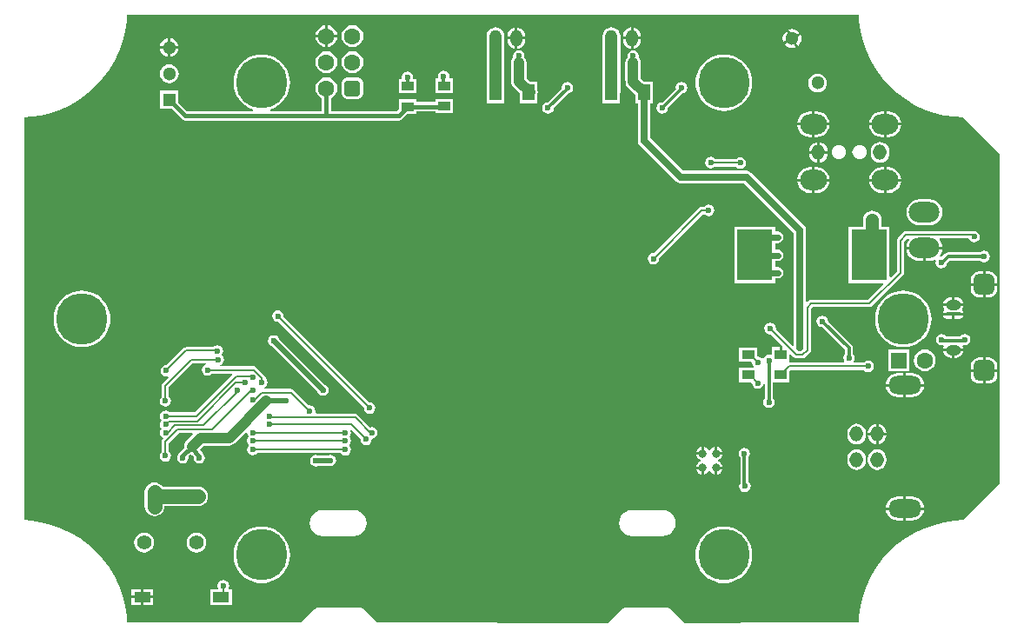
<source format=gtl>
G04 Layer_Physical_Order=1*
G04 Layer_Color=255*
%FSLAX44Y44*%
%MOMM*%
G71*
G01*
G75*
%ADD10R,1.2000X1.6000*%
%ADD11R,1.2000X0.9000*%
G04:AMPARAMS|DCode=12|XSize=2mm|YSize=2mm|CornerRadius=0.5mm|HoleSize=0mm|Usage=FLASHONLY|Rotation=270.000|XOffset=0mm|YOffset=0mm|HoleType=Round|Shape=RoundedRectangle|*
%AMROUNDEDRECTD12*
21,1,2.0000,1.0000,0,0,270.0*
21,1,1.0000,2.0000,0,0,270.0*
1,1,1.0000,-0.5000,-0.5000*
1,1,1.0000,-0.5000,0.5000*
1,1,1.0000,0.5000,0.5000*
1,1,1.0000,0.5000,-0.5000*
%
%ADD12ROUNDEDRECTD12*%
G04:AMPARAMS|DCode=13|XSize=1.5mm|YSize=0.38mm|CornerRadius=0.095mm|HoleSize=0mm|Usage=FLASHONLY|Rotation=0.000|XOffset=0mm|YOffset=0mm|HoleType=Round|Shape=RoundedRectangle|*
%AMROUNDEDRECTD13*
21,1,1.5000,0.1900,0,0,0.0*
21,1,1.3100,0.3800,0,0,0.0*
1,1,0.1900,0.6550,-0.0950*
1,1,0.1900,-0.6550,-0.0950*
1,1,0.1900,-0.6550,0.0950*
1,1,0.1900,0.6550,0.0950*
%
%ADD13ROUNDEDRECTD13*%
%ADD14R,1.6000X1.0000*%
%ADD15R,3.5000X5.0000*%
%ADD16C,0.2000*%
%ADD17C,0.7000*%
%ADD18C,0.3000*%
%ADD19C,1.4000*%
%ADD20C,0.5000*%
%ADD21C,1.0000*%
%ADD22C,0.4000*%
%ADD23C,0.6000*%
%ADD24C,1.2000*%
%ADD25C,1.3000*%
%ADD26C,1.3000*%
%ADD27C,5.0000*%
%ADD28C,1.6000*%
G04:AMPARAMS|DCode=29|XSize=1.6mm|YSize=1.6mm|CornerRadius=0.4mm|HoleSize=0mm|Usage=FLASHONLY|Rotation=270.000|XOffset=0mm|YOffset=0mm|HoleType=Round|Shape=RoundedRectangle|*
%AMROUNDEDRECTD29*
21,1,1.6000,0.8000,0,0,270.0*
21,1,0.8000,1.6000,0,0,270.0*
1,1,0.8000,-0.4000,-0.4000*
1,1,0.8000,-0.4000,0.4000*
1,1,0.8000,0.4000,0.4000*
1,1,0.8000,0.4000,-0.4000*
%
%ADD29ROUNDEDRECTD29*%
%ADD30C,0.8000*%
%ADD31O,1.4500X1.0000*%
%ADD32O,2.0000X1.1000*%
%ADD33O,3.2000X1.8000*%
%ADD34O,1.3000X1.5000*%
%ADD35C,1.4000*%
%ADD36O,1.2000X1.6000*%
%ADD37R,1.3000X1.3000*%
%ADD38O,3.0000X2.0000*%
%ADD39R,1.6000X1.6000*%
%ADD40O,2.6000X2.0000*%
%ADD41C,0.6000*%
G36*
X816605Y589943D02*
X818101Y579857D01*
X820579Y569967D01*
X824013Y560367D01*
X828373Y551150D01*
X833614Y542405D01*
X839688Y534216D01*
X846535Y526661D01*
X854090Y519814D01*
X862279Y513740D01*
X871024Y508499D01*
X880241Y504139D01*
X889841Y500705D01*
X899731Y498227D01*
X909817Y496731D01*
X918380Y496311D01*
X953990Y460700D01*
Y139552D01*
X918380Y103941D01*
X909817Y103521D01*
X899731Y102025D01*
X889841Y99548D01*
X880241Y96113D01*
X871024Y91753D01*
X862279Y86512D01*
X854090Y80438D01*
X846535Y73591D01*
X839688Y66036D01*
X833614Y57847D01*
X828373Y49102D01*
X824013Y39885D01*
X820579Y30285D01*
X818101Y20395D01*
X816605Y10309D01*
X816294Y3970D01*
X701582D01*
X701268Y3907D01*
X646955D01*
X633412Y17450D01*
X632165Y18283D01*
X630694Y18576D01*
X630694Y18576D01*
X588276D01*
X588276Y18576D01*
X586805Y18283D01*
X585558Y17450D01*
X572015Y3907D01*
X465062D01*
X464748Y3970D01*
X464747Y3970D01*
X347922D01*
X334442Y17450D01*
X333195Y18283D01*
X331724Y18576D01*
X331724Y18576D01*
X289306D01*
X289306Y18576D01*
X287835Y18283D01*
X286588Y17450D01*
X273108Y3970D01*
X103706D01*
X103395Y10309D01*
X101899Y20395D01*
X99421Y30285D01*
X95987Y39885D01*
X91627Y49102D01*
X86386Y57847D01*
X80312Y66036D01*
X73465Y73591D01*
X65910Y80438D01*
X57721Y86512D01*
X48976Y91753D01*
X39759Y96113D01*
X30159Y99548D01*
X20269Y102025D01*
X10184Y103521D01*
X3844Y103832D01*
Y496420D01*
X10184Y496731D01*
X20269Y498227D01*
X30159Y500705D01*
X39759Y504139D01*
X48976Y508499D01*
X57721Y513740D01*
X65910Y519814D01*
X73465Y526661D01*
X80312Y534216D01*
X86386Y542405D01*
X91627Y551150D01*
X95987Y560367D01*
X99421Y569967D01*
X101899Y579857D01*
X103395Y589943D01*
X103706Y596282D01*
X816294D01*
X816605Y589943D01*
D02*
G37*
%LPC*%
G36*
X299212Y585864D02*
Y576670D01*
X308406D01*
X308211Y578152D01*
X307149Y580715D01*
X305459Y582917D01*
X303258Y584607D01*
X300693Y585669D01*
X299212Y585864D01*
D02*
G37*
G36*
X296672D02*
X295191Y585669D01*
X292626Y584607D01*
X290425Y582917D01*
X288735Y580715D01*
X287673Y578152D01*
X287478Y576670D01*
X296672D01*
Y585864D01*
D02*
G37*
G36*
X751532Y582203D02*
X749172Y581892D01*
X748156Y581471D01*
X751997Y574820D01*
X758649Y578660D01*
X757979Y579532D01*
X756091Y580981D01*
X753892Y581892D01*
X751532Y582203D01*
D02*
G37*
G36*
X596900Y583979D02*
Y574802D01*
X604244D01*
Y575532D01*
X603950Y577761D01*
X603090Y579839D01*
X601721Y581623D01*
X599937Y582992D01*
X597859Y583852D01*
X596900Y583979D01*
D02*
G37*
G36*
X594360D02*
X593401Y583852D01*
X591323Y582992D01*
X589539Y581623D01*
X588170Y579839D01*
X587310Y577761D01*
X587016Y575532D01*
Y574802D01*
X594360D01*
Y583979D01*
D02*
G37*
G36*
X484124D02*
Y574802D01*
X491468D01*
Y575532D01*
X491174Y577761D01*
X490314Y579839D01*
X488945Y581623D01*
X487161Y582992D01*
X485083Y583852D01*
X484124Y583979D01*
D02*
G37*
G36*
X481584D02*
X480625Y583852D01*
X478547Y582992D01*
X476763Y581623D01*
X475394Y579839D01*
X474534Y577761D01*
X474240Y575532D01*
Y574802D01*
X481584D01*
Y583979D01*
D02*
G37*
G36*
X745957Y580201D02*
X745085Y579532D01*
X743636Y577644D01*
X742725Y575444D01*
X742414Y573085D01*
X742725Y570725D01*
X743145Y569709D01*
X749797Y573550D01*
X745957Y580201D01*
D02*
G37*
G36*
X759919Y576460D02*
X753267Y572620D01*
X757107Y565968D01*
X757979Y566637D01*
X759428Y568526D01*
X760339Y570725D01*
X760650Y573085D01*
X760339Y575444D01*
X759919Y576460D01*
D02*
G37*
G36*
X146304Y573085D02*
Y565404D01*
X153985D01*
X153841Y566494D01*
X152930Y568693D01*
X151481Y570581D01*
X149593Y572030D01*
X147394Y572941D01*
X146304Y573085D01*
D02*
G37*
G36*
X143764D02*
X142674Y572941D01*
X140475Y572030D01*
X138587Y570581D01*
X137138Y568693D01*
X136227Y566494D01*
X136083Y565404D01*
X143764D01*
Y573085D01*
D02*
G37*
G36*
X308406Y574130D02*
X299212D01*
Y564936D01*
X300693Y565131D01*
X303258Y566193D01*
X305459Y567883D01*
X307149Y570085D01*
X308211Y572649D01*
X308406Y574130D01*
D02*
G37*
G36*
X296672D02*
X287478D01*
X287673Y572649D01*
X288735Y570085D01*
X290425Y567883D01*
X292626Y566193D01*
X295191Y565131D01*
X296672Y564936D01*
Y574130D01*
D02*
G37*
G36*
X323342Y585991D02*
X320601Y585630D01*
X318047Y584572D01*
X315853Y582889D01*
X314170Y580695D01*
X313112Y578141D01*
X312751Y575400D01*
X313112Y572659D01*
X314170Y570105D01*
X315853Y567911D01*
X318047Y566228D01*
X320601Y565170D01*
X323342Y564809D01*
X326083Y565170D01*
X328637Y566228D01*
X330831Y567911D01*
X332514Y570105D01*
X333572Y572659D01*
X333933Y575400D01*
X333572Y578141D01*
X332514Y580695D01*
X330831Y582889D01*
X328637Y584572D01*
X326083Y585630D01*
X323342Y585991D01*
D02*
G37*
G36*
X751067Y571350D02*
X744415Y567509D01*
X745085Y566637D01*
X746973Y565188D01*
X749172Y564277D01*
X751532Y563967D01*
X753892Y564277D01*
X754908Y564698D01*
X751067Y571350D01*
D02*
G37*
G36*
X604244Y572262D02*
X596900D01*
Y563086D01*
X597859Y563212D01*
X599937Y564072D01*
X601721Y565441D01*
X603090Y567225D01*
X603950Y569303D01*
X604244Y571532D01*
Y572262D01*
D02*
G37*
G36*
X594360D02*
X587016D01*
Y571532D01*
X587310Y569303D01*
X588170Y567225D01*
X589539Y565441D01*
X591323Y564072D01*
X593401Y563212D01*
X594360Y563086D01*
Y572262D01*
D02*
G37*
G36*
X491468D02*
X484124D01*
Y563086D01*
X485083Y563212D01*
X487161Y564072D01*
X488945Y565441D01*
X490314Y567225D01*
X491174Y569303D01*
X491468Y571532D01*
Y572262D01*
D02*
G37*
G36*
X481584D02*
X474240D01*
Y571532D01*
X474534Y569303D01*
X475394Y567225D01*
X476763Y565441D01*
X478547Y564072D01*
X480625Y563212D01*
X481584Y563086D01*
Y572262D01*
D02*
G37*
G36*
X153985Y562864D02*
X146304D01*
Y555183D01*
X147394Y555327D01*
X149593Y556238D01*
X151481Y557687D01*
X152930Y559575D01*
X153841Y561774D01*
X153985Y562864D01*
D02*
G37*
G36*
X143764D02*
X136083D01*
X136227Y561774D01*
X137138Y559575D01*
X138587Y557687D01*
X140475Y556238D01*
X142674Y555327D01*
X143764Y555183D01*
Y562864D01*
D02*
G37*
G36*
X323342Y560591D02*
X320601Y560230D01*
X318047Y559172D01*
X315853Y557489D01*
X314170Y555295D01*
X313112Y552741D01*
X312751Y550000D01*
X313112Y547259D01*
X314170Y544705D01*
X315853Y542511D01*
X318047Y540828D01*
X320601Y539770D01*
X323342Y539409D01*
X326083Y539770D01*
X328637Y540828D01*
X330831Y542511D01*
X332514Y544705D01*
X333572Y547259D01*
X333933Y550000D01*
X333572Y552741D01*
X332514Y555295D01*
X330831Y557489D01*
X328637Y559172D01*
X326083Y560230D01*
X323342Y560591D01*
D02*
G37*
G36*
X297942D02*
X295201Y560230D01*
X292647Y559172D01*
X290453Y557489D01*
X288770Y555295D01*
X287712Y552741D01*
X287351Y550000D01*
X287712Y547259D01*
X288770Y544705D01*
X290453Y542511D01*
X292647Y540828D01*
X295201Y539770D01*
X297942Y539409D01*
X300683Y539770D01*
X303237Y540828D01*
X305431Y542511D01*
X307114Y544705D01*
X308172Y547259D01*
X308533Y550000D01*
X308172Y552741D01*
X307114Y555295D01*
X305431Y557489D01*
X303237Y559172D01*
X300683Y560230D01*
X297942Y560591D01*
D02*
G37*
G36*
X145034Y547812D02*
X142684Y547502D01*
X140495Y546595D01*
X138615Y545153D01*
X137172Y543273D01*
X136266Y541083D01*
X135956Y538734D01*
X136266Y536385D01*
X137172Y534195D01*
X138615Y532315D01*
X140495Y530872D01*
X142684Y529966D01*
X145034Y529656D01*
X147383Y529966D01*
X149573Y530872D01*
X151453Y532315D01*
X152895Y534195D01*
X153802Y536385D01*
X154112Y538734D01*
X153802Y541083D01*
X152895Y543273D01*
X151453Y545153D01*
X149573Y546595D01*
X147383Y547502D01*
X145034Y547812D01*
D02*
G37*
G36*
X776532Y538861D02*
X774183Y538552D01*
X771993Y537645D01*
X770113Y536202D01*
X768671Y534322D01*
X767764Y532133D01*
X767454Y529783D01*
X767764Y527434D01*
X768671Y525244D01*
X770113Y523364D01*
X771993Y521922D01*
X774183Y521015D01*
X776532Y520706D01*
X778881Y521015D01*
X781071Y521922D01*
X782951Y523364D01*
X784393Y525244D01*
X785300Y527434D01*
X785610Y529783D01*
X785300Y532133D01*
X784393Y534322D01*
X782951Y536202D01*
X781071Y537645D01*
X778882Y538552D01*
X776532Y538861D01*
D02*
G37*
G36*
X412242Y541548D02*
X410096Y541121D01*
X408277Y539905D01*
X407061Y538086D01*
X406634Y535940D01*
X406796Y535126D01*
X405991Y534144D01*
X403996D01*
Y520144D01*
X420996D01*
Y534144D01*
X418493D01*
X417688Y535126D01*
X417850Y535940D01*
X417423Y538086D01*
X416207Y539905D01*
X414388Y541121D01*
X412242Y541548D01*
D02*
G37*
G36*
X376936Y541040D02*
X374790Y540613D01*
X372971Y539397D01*
X371755Y537578D01*
X371328Y535432D01*
X371490Y534618D01*
X370685Y533636D01*
X368690D01*
Y519636D01*
X385690D01*
Y533636D01*
X383187D01*
X382382Y534618D01*
X382544Y535432D01*
X382117Y537578D01*
X380901Y539397D01*
X379082Y540613D01*
X376936Y541040D01*
D02*
G37*
G36*
X327342Y535156D02*
X319342D01*
X317645Y534933D01*
X316064Y534278D01*
X314706Y533236D01*
X313664Y531878D01*
X313009Y530297D01*
X312786Y528600D01*
Y520600D01*
X313009Y518903D01*
X313664Y517322D01*
X314706Y515964D01*
X316064Y514922D01*
X317645Y514267D01*
X319342Y514044D01*
X327342D01*
X329039Y514267D01*
X330620Y514922D01*
X331978Y515964D01*
X333020Y517322D01*
X333675Y518903D01*
X333898Y520600D01*
Y528600D01*
X333675Y530297D01*
X333020Y531878D01*
X331978Y533236D01*
X330620Y534278D01*
X329039Y534933D01*
X327342Y535156D01*
D02*
G37*
G36*
X575630Y584105D02*
X573411Y583813D01*
X571343Y582957D01*
X569568Y581594D01*
X568205Y579819D01*
X567349Y577751D01*
X567057Y575532D01*
Y571532D01*
Y520510D01*
X567066Y520439D01*
Y509946D01*
X584066D01*
Y519467D01*
X584203Y520510D01*
Y573532D01*
Y575532D01*
X583911Y577751D01*
X583055Y579819D01*
X581692Y581594D01*
X579917Y582957D01*
X577849Y583813D01*
X575630Y584105D01*
D02*
G37*
G36*
X485394Y561614D02*
X483248Y561187D01*
X481429Y559971D01*
X480213Y558152D01*
X479786Y556006D01*
X480038Y554742D01*
X478843Y553184D01*
X478087Y551360D01*
X477829Y549402D01*
Y531366D01*
X478087Y529408D01*
X478843Y527584D01*
X480045Y526017D01*
X486290Y519772D01*
Y509946D01*
X503290D01*
Y517689D01*
X503621Y518488D01*
X503879Y520446D01*
X503621Y522404D01*
X503290Y523203D01*
Y530946D01*
X496512D01*
X492959Y534499D01*
Y549402D01*
X492701Y551360D01*
X491945Y553184D01*
X490750Y554742D01*
X491002Y556006D01*
X490575Y558152D01*
X489359Y559971D01*
X487540Y561187D01*
X485394Y561614D01*
D02*
G37*
G36*
X462854Y584105D02*
X460635Y583813D01*
X458567Y582957D01*
X456792Y581594D01*
X455429Y579819D01*
X454573Y577751D01*
X454281Y575532D01*
Y571532D01*
Y520510D01*
X454290Y520439D01*
Y509946D01*
X471290D01*
Y519467D01*
X471427Y520510D01*
Y573532D01*
Y575532D01*
X471135Y577751D01*
X470279Y579819D01*
X468916Y581594D01*
X467141Y582957D01*
X465073Y583813D01*
X462854Y584105D01*
D02*
G37*
G36*
X235000Y557585D02*
X230685Y557245D01*
X226476Y556235D01*
X222477Y554578D01*
X218786Y552317D01*
X215494Y549506D01*
X212683Y546214D01*
X210422Y542523D01*
X208765Y538524D01*
X207755Y534315D01*
X207415Y530000D01*
X207755Y525685D01*
X208765Y521476D01*
X210422Y517477D01*
X212683Y513786D01*
X215494Y510494D01*
X218786Y507683D01*
X222477Y505422D01*
X226476Y503765D01*
X226754Y503698D01*
X226604Y502428D01*
X162428D01*
X154034Y510823D01*
Y522334D01*
X136034D01*
Y504334D01*
X147545D01*
X157284Y494596D01*
X158772Y493601D01*
X160528Y493252D01*
X368394D01*
X370150Y493601D01*
X371638Y494596D01*
X376679Y499636D01*
X385690D01*
Y502048D01*
X403996D01*
Y500144D01*
X420996D01*
Y514144D01*
X403996D01*
Y511224D01*
X385690D01*
Y513636D01*
X368690D01*
Y504625D01*
X366493Y502428D01*
X302530D01*
Y515135D01*
X303237Y515428D01*
X305431Y517111D01*
X307114Y519305D01*
X308172Y521859D01*
X308533Y524600D01*
X308172Y527341D01*
X307114Y529895D01*
X305431Y532089D01*
X303237Y533772D01*
X300683Y534830D01*
X297942Y535191D01*
X295201Y534830D01*
X292647Y533772D01*
X290453Y532089D01*
X288770Y529895D01*
X287712Y527341D01*
X287351Y524600D01*
X287712Y521859D01*
X288770Y519305D01*
X290453Y517111D01*
X292647Y515428D01*
X293354Y515135D01*
Y502428D01*
X243396D01*
X243246Y503698D01*
X243524Y503765D01*
X247523Y505422D01*
X251214Y507683D01*
X254506Y510494D01*
X257317Y513786D01*
X259578Y517477D01*
X261235Y521476D01*
X262245Y525685D01*
X262585Y530000D01*
X262245Y534315D01*
X261235Y538524D01*
X259578Y542523D01*
X257317Y546214D01*
X254506Y549506D01*
X251214Y552317D01*
X247523Y554578D01*
X243524Y556235D01*
X239315Y557245D01*
X235000Y557585D01*
D02*
G37*
G36*
X685000D02*
X680685Y557245D01*
X676476Y556235D01*
X672477Y554578D01*
X668786Y552317D01*
X665494Y549506D01*
X662683Y546214D01*
X660422Y542523D01*
X658765Y538524D01*
X657755Y534315D01*
X657415Y530000D01*
X657755Y525685D01*
X658765Y521476D01*
X660422Y517477D01*
X662683Y513786D01*
X665494Y510494D01*
X668786Y507683D01*
X672477Y505422D01*
X676476Y503765D01*
X680685Y502755D01*
X685000Y502415D01*
X689315Y502755D01*
X693524Y503765D01*
X697523Y505422D01*
X701214Y507683D01*
X704506Y510494D01*
X707317Y513786D01*
X709578Y517477D01*
X711235Y521476D01*
X712245Y525685D01*
X712585Y530000D01*
X712245Y534315D01*
X711235Y538524D01*
X709578Y542523D01*
X707317Y546214D01*
X704506Y549506D01*
X701214Y552317D01*
X697523Y554578D01*
X693524Y556235D01*
X689315Y557245D01*
X685000Y557585D01*
D02*
G37*
G36*
X643890Y530626D02*
X641744Y530199D01*
X639925Y528983D01*
X638709Y527164D01*
X638282Y525018D01*
X638382Y524516D01*
X624894Y511028D01*
X622948Y510641D01*
X621129Y509425D01*
X619913Y507606D01*
X619486Y505460D01*
X619913Y503314D01*
X621129Y501495D01*
X622948Y500279D01*
X625094Y499852D01*
X627240Y500279D01*
X629059Y501495D01*
X630275Y503314D01*
X630662Y505260D01*
X645041Y519639D01*
X646036Y519837D01*
X647855Y521053D01*
X649071Y522872D01*
X649498Y525018D01*
X649071Y527164D01*
X647855Y528983D01*
X646036Y530199D01*
X643890Y530626D01*
D02*
G37*
G36*
X532638D02*
X530492Y530199D01*
X528673Y528983D01*
X527457Y527164D01*
X527030Y525018D01*
X527130Y524516D01*
X513642Y511028D01*
X511696Y510641D01*
X509877Y509425D01*
X508661Y507606D01*
X508234Y505460D01*
X508661Y503314D01*
X509877Y501495D01*
X511696Y500279D01*
X513842Y499852D01*
X515988Y500279D01*
X517807Y501495D01*
X519023Y503314D01*
X519410Y505260D01*
X533789Y519639D01*
X534784Y519837D01*
X536603Y521053D01*
X537819Y522872D01*
X538246Y525018D01*
X537819Y527164D01*
X536603Y528983D01*
X534784Y530199D01*
X532638Y530626D01*
D02*
G37*
G36*
X775212Y502128D02*
X773482D01*
Y490750D01*
X787693D01*
X787429Y492754D01*
X786166Y495804D01*
X784156Y498424D01*
X781536Y500434D01*
X778486Y501697D01*
X775212Y502128D01*
D02*
G37*
G36*
X845212D02*
X843482D01*
Y490750D01*
X857693D01*
X857429Y492754D01*
X856166Y495804D01*
X854156Y498424D01*
X851536Y500434D01*
X848486Y501697D01*
X845212Y502128D01*
D02*
G37*
G36*
X840942D02*
X839212D01*
X835938Y501697D01*
X832888Y500434D01*
X830268Y498424D01*
X828258Y495804D01*
X826995Y492754D01*
X826731Y490750D01*
X840942D01*
Y502128D01*
D02*
G37*
G36*
X770942D02*
X769212D01*
X765938Y501697D01*
X762888Y500434D01*
X760268Y498424D01*
X758258Y495804D01*
X756995Y492754D01*
X756731Y490750D01*
X770942D01*
Y502128D01*
D02*
G37*
G36*
X857693Y488210D02*
X843482D01*
Y476832D01*
X845212D01*
X848486Y477263D01*
X851536Y478526D01*
X854156Y480536D01*
X856166Y483156D01*
X857429Y486206D01*
X857693Y488210D01*
D02*
G37*
G36*
X840942D02*
X826731D01*
X826995Y486206D01*
X828258Y483156D01*
X830268Y480536D01*
X832888Y478526D01*
X835938Y477263D01*
X839212Y476832D01*
X840942D01*
Y488210D01*
D02*
G37*
G36*
X787693D02*
X773482D01*
Y476832D01*
X775212D01*
X778486Y477263D01*
X781536Y478526D01*
X784156Y480536D01*
X786166Y483156D01*
X787429Y486206D01*
X787693Y488210D01*
D02*
G37*
G36*
X770942D02*
X756731D01*
X756995Y486206D01*
X758258Y483156D01*
X760268Y480536D01*
X762888Y478526D01*
X765938Y477263D01*
X769212Y476832D01*
X770942D01*
Y488210D01*
D02*
G37*
G36*
X778482Y472231D02*
Y463550D01*
X786294D01*
X786019Y465640D01*
X785108Y467839D01*
X783659Y469727D01*
X781771Y471176D01*
X779572Y472087D01*
X778482Y472231D01*
D02*
G37*
G36*
X775942Y472231D02*
X774852Y472087D01*
X772653Y471176D01*
X770765Y469727D01*
X769316Y467839D01*
X768405Y465640D01*
X768130Y463550D01*
X775942D01*
Y472231D01*
D02*
G37*
G36*
X817212Y469340D02*
X815385Y469100D01*
X813682Y468395D01*
X812220Y467272D01*
X811097Y465810D01*
X810392Y464107D01*
X810152Y462280D01*
X810392Y460453D01*
X811097Y458750D01*
X812220Y457288D01*
X813682Y456166D01*
X815385Y455460D01*
X817212Y455220D01*
X819039Y455460D01*
X820742Y456166D01*
X822205Y457288D01*
X823326Y458750D01*
X824032Y460453D01*
X824272Y462280D01*
X824032Y464107D01*
X823326Y465810D01*
X822205Y467272D01*
X820742Y468395D01*
X819039Y469100D01*
X817212Y469340D01*
D02*
G37*
G36*
X797212D02*
X795385Y469100D01*
X793682Y468395D01*
X792219Y467272D01*
X791097Y465810D01*
X790392Y464107D01*
X790152Y462280D01*
X790392Y460453D01*
X791097Y458750D01*
X792219Y457288D01*
X793682Y456166D01*
X795385Y455460D01*
X797212Y455220D01*
X799039Y455460D01*
X800742Y456166D01*
X802204Y457288D01*
X803326Y458750D01*
X804032Y460453D01*
X804272Y462280D01*
X804032Y464107D01*
X803326Y465810D01*
X802204Y467272D01*
X800742Y468395D01*
X799039Y469100D01*
X797212Y469340D01*
D02*
G37*
G36*
X775942Y461010D02*
X768130D01*
X768405Y458920D01*
X769316Y456721D01*
X770765Y454833D01*
X772653Y453384D01*
X774852Y452473D01*
X775942Y452329D01*
Y461010D01*
D02*
G37*
G36*
X786294D02*
X778482D01*
Y452329D01*
X779572Y452473D01*
X781771Y453384D01*
X783659Y454833D01*
X785108Y456721D01*
X786019Y458920D01*
X786294Y461010D01*
D02*
G37*
G36*
X837212Y472358D02*
X834863Y472048D01*
X832673Y471142D01*
X830793Y469699D01*
X829351Y467819D01*
X828444Y465630D01*
X828134Y463280D01*
Y461280D01*
X828444Y458931D01*
X829351Y456741D01*
X830793Y454861D01*
X832673Y453419D01*
X834863Y452512D01*
X837212Y452202D01*
X839561Y452512D01*
X841751Y453419D01*
X843631Y454861D01*
X845073Y456741D01*
X845980Y458931D01*
X846290Y461280D01*
Y463280D01*
X845980Y465630D01*
X845073Y467819D01*
X843631Y469699D01*
X841751Y471142D01*
X839561Y472048D01*
X837212Y472358D01*
D02*
G37*
G36*
X672338Y457728D02*
X670192Y457301D01*
X668373Y456085D01*
X667157Y454266D01*
X666730Y452120D01*
X667157Y449974D01*
X668373Y448155D01*
X670192Y446939D01*
X672338Y446512D01*
X674484Y446939D01*
X676303Y448155D01*
X676399Y448297D01*
X696810D01*
X697075Y447901D01*
X698894Y446685D01*
X701040Y446258D01*
X703186Y446685D01*
X705005Y447901D01*
X706221Y449720D01*
X706648Y451866D01*
X706221Y454012D01*
X705005Y455831D01*
X703186Y457047D01*
X701040Y457474D01*
X698894Y457047D01*
X697075Y455831D01*
X696810Y455435D01*
X676738D01*
X676303Y456085D01*
X674484Y457301D01*
X672338Y457728D01*
D02*
G37*
G36*
X775212Y447728D02*
X773482D01*
Y436350D01*
X787693D01*
X787429Y438354D01*
X786166Y441404D01*
X784156Y444024D01*
X781536Y446034D01*
X778486Y447297D01*
X775212Y447728D01*
D02*
G37*
G36*
X845212D02*
X843482D01*
Y436350D01*
X857693D01*
X857429Y438354D01*
X856166Y441404D01*
X854156Y444024D01*
X851536Y446034D01*
X848486Y447297D01*
X845212Y447728D01*
D02*
G37*
G36*
X840942D02*
X839212D01*
X835938Y447297D01*
X832888Y446034D01*
X830268Y444024D01*
X828258Y441404D01*
X826995Y438354D01*
X826731Y436350D01*
X840942D01*
Y447728D01*
D02*
G37*
G36*
X770942D02*
X769212D01*
X765938Y447297D01*
X762888Y446034D01*
X760268Y444024D01*
X758258Y441404D01*
X756995Y438354D01*
X756731Y436350D01*
X770942D01*
Y447728D01*
D02*
G37*
G36*
X857693Y433810D02*
X843482D01*
Y422432D01*
X845212D01*
X848486Y422863D01*
X851536Y424126D01*
X854156Y426136D01*
X856166Y428756D01*
X857429Y431806D01*
X857693Y433810D01*
D02*
G37*
G36*
X840942D02*
X826731D01*
X826995Y431806D01*
X828258Y428756D01*
X830268Y426136D01*
X832888Y424126D01*
X835938Y422863D01*
X839212Y422432D01*
X840942D01*
Y433810D01*
D02*
G37*
G36*
X787693D02*
X773482D01*
Y422432D01*
X775212D01*
X778486Y422863D01*
X781536Y424126D01*
X784156Y426136D01*
X786166Y428756D01*
X787429Y431806D01*
X787693Y433810D01*
D02*
G37*
G36*
X770942D02*
X756731D01*
X756995Y431806D01*
X758258Y428756D01*
X760268Y426136D01*
X762888Y424126D01*
X765938Y422863D01*
X769212Y422432D01*
X770942D01*
Y433810D01*
D02*
G37*
G36*
X670400Y411340D02*
X668254Y410913D01*
X666435Y409697D01*
X666170Y409301D01*
X663542D01*
X662176Y409029D01*
X661019Y408255D01*
X616926Y364163D01*
X616458Y364256D01*
X614312Y363829D01*
X612493Y362613D01*
X611277Y360794D01*
X610850Y358648D01*
X611277Y356502D01*
X612493Y354683D01*
X614312Y353467D01*
X616458Y353040D01*
X618604Y353467D01*
X620423Y354683D01*
X621639Y356502D01*
X622066Y358648D01*
X621973Y359116D01*
X664981Y402124D01*
X666244Y402052D01*
X666435Y401767D01*
X668254Y400551D01*
X670400Y400124D01*
X672546Y400551D01*
X674365Y401767D01*
X675581Y403586D01*
X676008Y405732D01*
X675581Y407878D01*
X674365Y409697D01*
X672546Y410913D01*
X670400Y411340D01*
D02*
G37*
G36*
X885364Y416442D02*
X875364D01*
X872101Y416012D01*
X869060Y414753D01*
X866449Y412749D01*
X864445Y410138D01*
X863186Y407097D01*
X862756Y403834D01*
X863186Y400571D01*
X864445Y397530D01*
X866449Y394919D01*
X869060Y392915D01*
X872101Y391656D01*
X875364Y391226D01*
X885364D01*
X888627Y391656D01*
X891668Y392915D01*
X894279Y394919D01*
X896283Y397530D01*
X897542Y400571D01*
X897972Y403834D01*
X897542Y407097D01*
X896283Y410138D01*
X894279Y412749D01*
X891668Y414753D01*
X888627Y416012D01*
X885364Y416442D01*
D02*
G37*
G36*
X596646Y561614D02*
X594500Y561187D01*
X592681Y559971D01*
X591465Y558152D01*
X591038Y556006D01*
X591290Y554742D01*
X590095Y553184D01*
X589339Y551360D01*
X589081Y549402D01*
Y531366D01*
X589339Y529408D01*
X590095Y527584D01*
X591297Y526017D01*
X599066Y518248D01*
Y509946D01*
X601449D01*
Y473458D01*
X601914Y471117D01*
X603240Y469132D01*
X638548Y433824D01*
X640533Y432498D01*
X642874Y432033D01*
X705110D01*
X753089Y384054D01*
Y274294D01*
X751915Y273808D01*
X735740Y289984D01*
X735858Y290576D01*
X735431Y292722D01*
X734215Y294541D01*
X732396Y295757D01*
X730250Y296184D01*
X728104Y295757D01*
X726285Y294541D01*
X725069Y292722D01*
X724642Y290576D01*
X725069Y288430D01*
X726285Y286611D01*
X728104Y285395D01*
X730250Y284968D01*
X730593Y285037D01*
X742147Y273483D01*
X741934Y272970D01*
Y265270D01*
X739394D01*
Y272310D01*
X732124D01*
Y265513D01*
X730854Y264823D01*
X728980Y265196D01*
X726834Y264769D01*
X725015Y263553D01*
X723799Y261734D01*
X723731Y261392D01*
X722485Y261144D01*
X722277Y261455D01*
X720458Y262671D01*
X718312Y263098D01*
X718174Y263070D01*
X717160Y263959D01*
Y272270D01*
X700160D01*
Y258270D01*
X711595D01*
X712704Y257490D01*
X713131Y255344D01*
X714347Y253525D01*
X713939Y252270D01*
X700160D01*
Y238270D01*
X711595D01*
X712704Y237490D01*
X713131Y235344D01*
X714347Y233525D01*
X716166Y232309D01*
X718312Y231882D01*
X720458Y232309D01*
X722277Y233525D01*
X723493Y235344D01*
X723632Y236042D01*
X724902Y235917D01*
Y222744D01*
X723799Y221094D01*
X723372Y218948D01*
X723799Y216802D01*
X725015Y214983D01*
X726834Y213767D01*
X728980Y213340D01*
X731126Y213767D01*
X732945Y214983D01*
X734161Y216802D01*
X734588Y218948D01*
X734161Y221094D01*
X733058Y222744D01*
Y238270D01*
X749164D01*
Y248723D01*
X750618Y250177D01*
X821524D01*
X821789Y249781D01*
X823608Y248565D01*
X825754Y248138D01*
X827900Y248565D01*
X829719Y249781D01*
X830935Y251600D01*
X831362Y253746D01*
X830935Y255892D01*
X829719Y257711D01*
X827900Y258927D01*
X825754Y259354D01*
X823608Y258927D01*
X821789Y257711D01*
X821524Y257315D01*
X812054D01*
X811375Y258585D01*
X812139Y259728D01*
X812566Y261874D01*
X812139Y264020D01*
X811036Y265670D01*
Y271526D01*
X811036Y271526D01*
X810726Y273087D01*
X809842Y274410D01*
X809842Y274410D01*
X786618Y297634D01*
X786231Y299580D01*
X785015Y301399D01*
X783196Y302615D01*
X781050Y303042D01*
X778904Y302615D01*
X777085Y301399D01*
X775869Y299580D01*
X775442Y297434D01*
X775869Y295288D01*
X777085Y293469D01*
X778904Y292253D01*
X780850Y291866D01*
X802880Y269837D01*
Y265670D01*
X801777Y264020D01*
X801350Y261874D01*
X801777Y259728D01*
X802541Y258585D01*
X801862Y257315D01*
X750060D01*
X749204Y258230D01*
Y264767D01*
X750377Y265253D01*
X752873Y262757D01*
X754031Y261983D01*
X755397Y261711D01*
X761898D01*
X763264Y261983D01*
X764422Y262757D01*
X768841Y267176D01*
X769615Y268334D01*
X769887Y269700D01*
Y309418D01*
X771860Y311391D01*
X827024D01*
X828390Y311663D01*
X829547Y312437D01*
X859519Y342409D01*
X860293Y343566D01*
X860565Y344932D01*
Y374950D01*
X863880Y378265D01*
X865194D01*
X865820Y376995D01*
X864410Y375158D01*
X863147Y372108D01*
X862883Y370104D01*
X880364D01*
X897845D01*
X897581Y372108D01*
X896318Y375158D01*
X894908Y376995D01*
X895534Y378265D01*
X923612D01*
X923697Y377838D01*
X924913Y376019D01*
X926732Y374803D01*
X928878Y374376D01*
X931024Y374803D01*
X932843Y376019D01*
X934059Y377838D01*
X934486Y379984D01*
X934059Y382130D01*
X932843Y383949D01*
X931024Y385165D01*
X928878Y385592D01*
X927477Y385313D01*
X927028Y385403D01*
X862402D01*
X861036Y385131D01*
X859879Y384357D01*
X854473Y378951D01*
X853699Y377794D01*
X853427Y376428D01*
Y346410D01*
X847631Y340614D01*
X846458Y341100D01*
Y389704D01*
X838642D01*
Y396292D01*
X838332Y398642D01*
X837426Y400831D01*
X835983Y402711D01*
X834103Y404153D01*
X831914Y405060D01*
X829564Y405370D01*
X827215Y405060D01*
X825025Y404153D01*
X823145Y402711D01*
X821702Y400831D01*
X820796Y398642D01*
X820486Y396292D01*
Y389704D01*
X806458D01*
Y334704D01*
X840062D01*
X840548Y333531D01*
X825546Y318529D01*
X770382D01*
X769016Y318257D01*
X767859Y317483D01*
X766497Y316122D01*
X765323Y316608D01*
Y386588D01*
X764858Y388929D01*
X763532Y390914D01*
X711970Y442476D01*
X709985Y443802D01*
X707644Y444268D01*
X645408D01*
X613684Y475992D01*
Y509946D01*
X616066D01*
Y530946D01*
X607764D01*
X604211Y534499D01*
Y549402D01*
X603953Y551360D01*
X603197Y553184D01*
X602002Y554742D01*
X602254Y556006D01*
X601827Y558152D01*
X600611Y559971D01*
X598792Y561187D01*
X596646Y561614D01*
D02*
G37*
G36*
X735322Y389704D02*
X695322D01*
Y334704D01*
X735322D01*
Y339324D01*
X737616D01*
X739762Y339751D01*
X741581Y340967D01*
X742797Y342786D01*
X743224Y344932D01*
X742797Y347078D01*
X741581Y348897D01*
X739762Y350113D01*
X737616Y350540D01*
X735322D01*
Y356342D01*
X737558D01*
X737587Y356348D01*
X737616Y356342D01*
X739762Y356769D01*
X741581Y357985D01*
X742797Y359804D01*
X743224Y361950D01*
X742797Y364096D01*
X741581Y365915D01*
X739762Y367131D01*
X737616Y367558D01*
X737587Y367552D01*
X737558Y367558D01*
X735322D01*
Y373868D01*
X737616D01*
X739762Y374295D01*
X741581Y375511D01*
X742797Y377330D01*
X743224Y379476D01*
X742797Y381622D01*
X741581Y383441D01*
X739762Y384657D01*
X737616Y385084D01*
X735322D01*
Y389704D01*
D02*
G37*
G36*
X879094Y367564D02*
X862883D01*
X863147Y365560D01*
X864410Y362510D01*
X866420Y359890D01*
X869040Y357880D01*
X872090Y356617D01*
X875364Y356186D01*
X879094D01*
Y367564D01*
D02*
G37*
G36*
X897845D02*
X881634D01*
Y356186D01*
X885364D01*
X888638Y356617D01*
X890572Y357418D01*
X891590Y356465D01*
X891266Y354838D01*
X891693Y352692D01*
X892909Y350873D01*
X894728Y349657D01*
X896874Y349230D01*
X899020Y349657D01*
X900839Y350873D01*
X902055Y352692D01*
X902253Y353687D01*
X905167Y356602D01*
X934734D01*
X936384Y355499D01*
X938530Y355072D01*
X940676Y355499D01*
X942495Y356715D01*
X943711Y358534D01*
X944138Y360680D01*
X943711Y362826D01*
X942495Y364645D01*
X940676Y365861D01*
X938530Y366288D01*
X936384Y365861D01*
X934734Y364758D01*
X903478D01*
X901917Y364448D01*
X900594Y363564D01*
X897416Y360385D01*
X897083Y360404D01*
X896874Y360446D01*
X896757Y360422D01*
X896152Y360457D01*
X895521Y361471D01*
X896318Y362510D01*
X897581Y365560D01*
X897845Y367564D01*
D02*
G37*
G36*
X943558Y346197D02*
X939828D01*
Y334862D01*
X951163D01*
Y338592D01*
X950904Y340560D01*
X950144Y342394D01*
X948936Y343970D01*
X947361Y345178D01*
X945526Y345938D01*
X943558Y346197D01*
D02*
G37*
G36*
X937288D02*
X933558D01*
X931590Y345938D01*
X929755Y345178D01*
X928180Y343970D01*
X926972Y342394D01*
X926212Y340560D01*
X925953Y338592D01*
Y334862D01*
X937288D01*
Y346197D01*
D02*
G37*
G36*
X951163Y332322D02*
X939828D01*
Y320987D01*
X943558D01*
X945526Y321246D01*
X947361Y322006D01*
X948936Y323214D01*
X950144Y324789D01*
X950904Y326624D01*
X951163Y328592D01*
Y332322D01*
D02*
G37*
G36*
X937288D02*
X925953D01*
Y328592D01*
X926212Y326624D01*
X926972Y324789D01*
X928180Y323214D01*
X929755Y322006D01*
X931590Y321246D01*
X933558Y320987D01*
X937288D01*
Y332322D01*
D02*
G37*
G36*
X910808Y321197D02*
X909828D01*
Y314862D01*
X918246D01*
X918154Y315560D01*
X917394Y317395D01*
X916186Y318970D01*
X914611Y320178D01*
X912776Y320938D01*
X910808Y321197D01*
D02*
G37*
G36*
X907288D02*
X906308D01*
X904340Y320938D01*
X902505Y320178D01*
X900930Y318970D01*
X899722Y317395D01*
X898962Y315560D01*
X898870Y314862D01*
X907288D01*
Y321197D01*
D02*
G37*
G36*
X918246Y312322D02*
X908558D01*
X898870D01*
X898962Y311624D01*
X899722Y309790D01*
X899957Y309484D01*
X899750Y308230D01*
X899492Y308058D01*
X898720Y306904D01*
X898513Y305862D01*
X918603D01*
X918395Y306904D01*
X917624Y308058D01*
X917366Y308230D01*
X917159Y309484D01*
X917394Y309790D01*
X918154Y311624D01*
X918246Y312322D01*
D02*
G37*
G36*
X918603Y303322D02*
X909828D01*
Y300084D01*
X915108D01*
X916470Y300354D01*
X917624Y301126D01*
X918395Y302280D01*
X918603Y303322D01*
D02*
G37*
G36*
X907288D02*
X898513D01*
X898720Y302280D01*
X899492Y301126D01*
X900646Y300354D01*
X902008Y300084D01*
X907288D01*
Y303322D01*
D02*
G37*
G36*
X919734Y285262D02*
X917588Y284835D01*
X915769Y283619D01*
X915361Y283009D01*
X915108Y283060D01*
X902008D01*
X901755Y283009D01*
X901347Y283619D01*
X899528Y284835D01*
X897382Y285262D01*
X895236Y284835D01*
X893417Y283619D01*
X892201Y281800D01*
X891774Y279654D01*
X892201Y277508D01*
X893417Y275689D01*
X895236Y274473D01*
X897382Y274046D01*
X898844Y274337D01*
X899330Y273816D01*
X899642Y273201D01*
X898962Y271560D01*
X898870Y270862D01*
X908558D01*
X918246D01*
X918154Y271560D01*
X917474Y273201D01*
X917786Y273816D01*
X918272Y274337D01*
X919734Y274046D01*
X921880Y274473D01*
X923699Y275689D01*
X924915Y277508D01*
X925342Y279654D01*
X924915Y281800D01*
X923699Y283619D01*
X921880Y284835D01*
X919734Y285262D01*
D02*
G37*
G36*
X860000Y327585D02*
X855685Y327245D01*
X851476Y326235D01*
X847477Y324578D01*
X843786Y322317D01*
X840494Y319506D01*
X837683Y316214D01*
X835422Y312523D01*
X833765Y308524D01*
X832755Y304315D01*
X832415Y300000D01*
X832755Y295685D01*
X833765Y291476D01*
X835422Y287477D01*
X837683Y283786D01*
X840494Y280494D01*
X843786Y277683D01*
X847477Y275422D01*
X851476Y273765D01*
X855685Y272755D01*
X860000Y272415D01*
X864315Y272755D01*
X868524Y273765D01*
X872523Y275422D01*
X876214Y277683D01*
X879506Y280494D01*
X882317Y283786D01*
X884578Y287477D01*
X886235Y291476D01*
X887245Y295685D01*
X887585Y300000D01*
X887245Y304315D01*
X886235Y308524D01*
X884578Y312523D01*
X882317Y316214D01*
X879506Y319506D01*
X876214Y322317D01*
X872523Y324578D01*
X868524Y326235D01*
X864315Y327245D01*
X860000Y327585D01*
D02*
G37*
G36*
X60000D02*
X55685Y327245D01*
X51476Y326235D01*
X47477Y324578D01*
X43786Y322317D01*
X40494Y319506D01*
X37683Y316214D01*
X35422Y312523D01*
X33765Y308524D01*
X32755Y304315D01*
X32415Y300000D01*
X32755Y295685D01*
X33765Y291476D01*
X35422Y287477D01*
X37683Y283786D01*
X40494Y280494D01*
X43786Y277683D01*
X47477Y275422D01*
X51476Y273765D01*
X55685Y272755D01*
X60000Y272415D01*
X64315Y272755D01*
X68524Y273765D01*
X72523Y275422D01*
X76214Y277683D01*
X79506Y280494D01*
X82317Y283786D01*
X84578Y287477D01*
X86235Y291476D01*
X87245Y295685D01*
X87585Y300000D01*
X87245Y304315D01*
X86235Y308524D01*
X84578Y312523D01*
X82317Y316214D01*
X79506Y319506D01*
X76214Y322317D01*
X72523Y324578D01*
X68524Y326235D01*
X64315Y327245D01*
X60000Y327585D01*
D02*
G37*
G36*
X918246Y268322D02*
X909828D01*
Y261987D01*
X910808D01*
X912776Y262246D01*
X914611Y263006D01*
X916186Y264214D01*
X917394Y265790D01*
X918154Y267624D01*
X918246Y268322D01*
D02*
G37*
G36*
X907288D02*
X898870D01*
X898962Y267624D01*
X899722Y265790D01*
X900930Y264214D01*
X902505Y263006D01*
X904340Y262246D01*
X906308Y261987D01*
X907288D01*
Y268322D01*
D02*
G37*
G36*
X943558Y262197D02*
X939828D01*
Y250862D01*
X951163D01*
Y254592D01*
X950904Y256560D01*
X950144Y258395D01*
X948936Y259970D01*
X947361Y261178D01*
X945526Y261938D01*
X943558Y262197D01*
D02*
G37*
G36*
X937288D02*
X933558D01*
X931590Y261938D01*
X929755Y261178D01*
X928180Y259970D01*
X926972Y258395D01*
X926212Y256560D01*
X925953Y254592D01*
Y250862D01*
X937288D01*
Y262197D01*
D02*
G37*
G36*
X865972Y270088D02*
X844972D01*
Y249088D01*
X865972D01*
Y270088D01*
D02*
G37*
G36*
X880872Y270179D02*
X878131Y269818D01*
X875577Y268760D01*
X873383Y267077D01*
X871700Y264883D01*
X870642Y262329D01*
X870281Y259588D01*
X870642Y256847D01*
X871700Y254293D01*
X873383Y252099D01*
X875577Y250416D01*
X878131Y249358D01*
X880872Y248997D01*
X883613Y249358D01*
X886167Y250416D01*
X888361Y252099D01*
X890044Y254293D01*
X891102Y256847D01*
X891463Y259588D01*
X891102Y262329D01*
X890044Y264883D01*
X888361Y267077D01*
X886167Y268760D01*
X883613Y269818D01*
X880872Y270179D01*
D02*
G37*
G36*
X951163Y248322D02*
X939828D01*
Y236987D01*
X943558D01*
X945526Y237246D01*
X947361Y238006D01*
X948936Y239214D01*
X950144Y240790D01*
X950904Y242624D01*
X951163Y244592D01*
Y248322D01*
D02*
G37*
G36*
X937288D02*
X925953D01*
Y244592D01*
X926212Y242624D01*
X926972Y240790D01*
X928180Y239214D01*
X929755Y238006D01*
X931590Y237246D01*
X933558Y236987D01*
X937288D01*
Y248322D01*
D02*
G37*
G36*
X868446Y247000D02*
X862716D01*
Y236630D01*
X879918D01*
X879689Y238372D01*
X878526Y241180D01*
X876676Y243590D01*
X874266Y245440D01*
X871459Y246603D01*
X868446Y247000D01*
D02*
G37*
G36*
X860176D02*
X854446D01*
X851433Y246603D01*
X848626Y245440D01*
X846216Y243590D01*
X844366Y241180D01*
X843203Y238372D01*
X842974Y236630D01*
X860176D01*
Y247000D01*
D02*
G37*
G36*
X246761Y284119D02*
X244615Y283692D01*
X242796Y282476D01*
X241580Y280657D01*
X241153Y278511D01*
X241580Y276365D01*
X242796Y274546D01*
X244615Y273330D01*
X244761Y273301D01*
X289430Y228632D01*
X289459Y228486D01*
X290675Y226667D01*
X292494Y225451D01*
X294640Y225024D01*
X296786Y225451D01*
X298605Y226667D01*
X299821Y228486D01*
X300248Y230632D01*
X299821Y232778D01*
X298605Y234597D01*
X296786Y235813D01*
X296640Y235842D01*
X251971Y280511D01*
X251942Y280657D01*
X250726Y282476D01*
X248907Y283692D01*
X246761Y284119D01*
D02*
G37*
G36*
X879918Y234090D02*
X862716D01*
Y223720D01*
X868446D01*
X871459Y224117D01*
X874266Y225280D01*
X876676Y227130D01*
X878526Y229540D01*
X879689Y232348D01*
X879918Y234090D01*
D02*
G37*
G36*
X860176D02*
X842974D01*
X843203Y232348D01*
X844366Y229540D01*
X846216Y227130D01*
X848626Y225280D01*
X851433Y224117D01*
X854446Y223720D01*
X860176D01*
Y234090D01*
D02*
G37*
G36*
X191761Y274180D02*
X189615Y273753D01*
X187821Y272555D01*
X161638D01*
X160272Y272283D01*
X159115Y271509D01*
X142648Y255043D01*
X142180Y255136D01*
X140034Y254709D01*
X138215Y253493D01*
X136999Y251674D01*
X136572Y249528D01*
X136999Y247382D01*
X138215Y245563D01*
X140034Y244347D01*
X142180Y243920D01*
X143642Y244211D01*
X144268Y243041D01*
X138621Y237393D01*
X137847Y236236D01*
X137576Y234870D01*
Y224274D01*
X137179Y224009D01*
X135963Y222190D01*
X135536Y220044D01*
X135963Y217898D01*
X137179Y216079D01*
X138998Y214863D01*
X141144Y214436D01*
X143290Y214863D01*
X145109Y216079D01*
X146325Y217898D01*
X146752Y220044D01*
X146325Y222190D01*
X145109Y224009D01*
X144713Y224274D01*
Y233392D01*
X168102Y256781D01*
X180461D01*
X180586Y255511D01*
X179970Y255389D01*
X178151Y254173D01*
X176935Y252354D01*
X176508Y250208D01*
X176935Y248062D01*
X178151Y246243D01*
X179970Y245027D01*
X182116Y244600D01*
X184262Y245027D01*
X186081Y246243D01*
X186346Y246639D01*
X206151D01*
X206637Y245466D01*
X170034Y208863D01*
X145644D01*
X145379Y209259D01*
X143560Y210475D01*
X141414Y210902D01*
X139268Y210475D01*
X137449Y209259D01*
X136233Y207440D01*
X135806Y205294D01*
X136233Y203148D01*
X136775Y202337D01*
X137427Y201294D01*
X136775Y200251D01*
X136233Y199440D01*
X135806Y197294D01*
X136233Y195148D01*
X137449Y193329D01*
Y193259D01*
X136233Y191440D01*
X135806Y189294D01*
X136233Y187148D01*
X137449Y185329D01*
X138600Y184559D01*
X138839Y183002D01*
X138621Y182783D01*
X137847Y181626D01*
X137576Y180260D01*
Y170774D01*
X137179Y170509D01*
X135963Y168690D01*
X135536Y166544D01*
X135963Y164398D01*
X137179Y162579D01*
X138998Y161363D01*
X141144Y160936D01*
X143290Y161363D01*
X145109Y162579D01*
X146325Y164398D01*
X146752Y166544D01*
X146325Y168690D01*
X145109Y170509D01*
X144713Y170774D01*
Y178782D01*
X154512Y188581D01*
X167334D01*
X167820Y187408D01*
X161529Y181117D01*
X160327Y179550D01*
X159571Y177726D01*
X159313Y175768D01*
X159438Y174817D01*
X154936Y170314D01*
X153941Y168826D01*
X153731Y167769D01*
X152999Y166674D01*
X152572Y164528D01*
X152999Y162382D01*
X154215Y160563D01*
X156034Y159347D01*
X158180Y158920D01*
X160326Y159347D01*
X162145Y160563D01*
X163361Y162382D01*
X163788Y164528D01*
X163512Y165914D01*
X165859Y168260D01*
X168741Y165378D01*
X168572Y164528D01*
X168999Y162382D01*
X170215Y160563D01*
X172034Y159347D01*
X174180Y158920D01*
X176326Y159347D01*
X178145Y160563D01*
X179361Y162382D01*
X179788Y164528D01*
X179361Y166674D01*
X178447Y168041D01*
X178419Y168183D01*
X177424Y169672D01*
X174452Y172644D01*
X178393Y176585D01*
X203454D01*
X205412Y176843D01*
X207236Y177599D01*
X208803Y178801D01*
X219643Y189641D01*
X220824Y189025D01*
X221197Y187148D01*
X222413Y185329D01*
Y185259D01*
X221197Y183440D01*
X220770Y181294D01*
X221197Y179148D01*
X222413Y177329D01*
Y176497D01*
X221197Y174678D01*
X220770Y172532D01*
X221197Y170386D01*
X222413Y168567D01*
X224232Y167351D01*
X226378Y166924D01*
X228524Y167351D01*
X230343Y168567D01*
X230822Y169284D01*
X311806D01*
X312329Y168501D01*
X314148Y167285D01*
X316294Y166858D01*
X318440Y167285D01*
X320259Y168501D01*
X321475Y170320D01*
X321902Y172466D01*
X321475Y174612D01*
X320550Y175996D01*
X320357Y176880D01*
X320550Y177764D01*
X321475Y179148D01*
X321902Y181294D01*
X321475Y183440D01*
X320933Y184251D01*
X320281Y185294D01*
X320933Y186337D01*
X321475Y187148D01*
X321902Y189294D01*
X321556Y191031D01*
X322727Y191657D01*
X331289Y183094D01*
X331196Y182626D01*
X331623Y180480D01*
X332839Y178661D01*
X334658Y177445D01*
X336804Y177018D01*
X338950Y177445D01*
X340769Y178661D01*
X341985Y180480D01*
X342412Y182626D01*
X342259Y183392D01*
X344284Y183795D01*
X346103Y185011D01*
X347319Y186830D01*
X347746Y188976D01*
X347319Y191122D01*
X346103Y192941D01*
X344284Y194157D01*
X342138Y194584D01*
X340751Y194308D01*
X328477Y206581D01*
X327319Y207355D01*
X325954Y207627D01*
X288087D01*
X287063Y208897D01*
X287294Y210058D01*
X286867Y212204D01*
X285651Y214023D01*
X283832Y215239D01*
X281686Y215666D01*
X281218Y215573D01*
X266049Y230741D01*
X264892Y231515D01*
X263526Y231787D01*
X238094D01*
X237708Y233057D01*
X239169Y234033D01*
X240385Y235852D01*
X240812Y237998D01*
X240385Y240144D01*
X239169Y241963D01*
X238773Y242228D01*
Y242483D01*
X238501Y243849D01*
X237727Y245007D01*
X230003Y252731D01*
X228845Y253505D01*
X227479Y253777D01*
X194441D01*
X194316Y255047D01*
X194932Y255169D01*
X196751Y256385D01*
X197967Y258204D01*
X198394Y260350D01*
X197967Y262496D01*
X196751Y264315D01*
X195908Y264879D01*
X196942Y266426D01*
X197369Y268572D01*
X196942Y270718D01*
X195726Y272537D01*
X193907Y273753D01*
X191761Y274180D01*
D02*
G37*
G36*
X250698Y308376D02*
X248552Y307949D01*
X246733Y306733D01*
X245517Y304914D01*
X245090Y302768D01*
X245517Y300622D01*
X246733Y298803D01*
X248552Y297587D01*
X250698Y297160D01*
X251166Y297253D01*
X334633Y213786D01*
X334498Y213106D01*
X334925Y210960D01*
X336141Y209141D01*
X337960Y207925D01*
X340106Y207498D01*
X342252Y207925D01*
X344071Y209141D01*
X345287Y210960D01*
X345714Y213106D01*
X345287Y215252D01*
X344071Y217071D01*
X342252Y218287D01*
X340106Y218714D01*
X339850Y218663D01*
X256213Y302300D01*
X256306Y302768D01*
X255879Y304914D01*
X254663Y306733D01*
X252844Y307949D01*
X250698Y308376D01*
D02*
G37*
G36*
X835716Y197711D02*
Y189030D01*
X843528D01*
X843253Y191120D01*
X842342Y193319D01*
X840893Y195207D01*
X839005Y196656D01*
X836806Y197567D01*
X835716Y197711D01*
D02*
G37*
G36*
X833176D02*
X832086Y197567D01*
X829887Y196656D01*
X827999Y195207D01*
X826550Y193319D01*
X825639Y191120D01*
X825364Y189030D01*
X833176D01*
Y197711D01*
D02*
G37*
G36*
Y186490D02*
X825364D01*
X825639Y184400D01*
X826550Y182201D01*
X827999Y180313D01*
X829887Y178864D01*
X832086Y177953D01*
X833176Y177809D01*
Y186490D01*
D02*
G37*
G36*
X843529D02*
X835716D01*
Y177809D01*
X836806Y177953D01*
X839005Y178864D01*
X840893Y180313D01*
X842342Y182201D01*
X843253Y184400D01*
X843529Y186490D01*
D02*
G37*
G36*
X814446Y197838D02*
X812096Y197528D01*
X809907Y196621D01*
X808027Y195179D01*
X806584Y193299D01*
X805678Y191110D01*
X805368Y188760D01*
Y186760D01*
X805678Y184410D01*
X806584Y182221D01*
X808027Y180341D01*
X809907Y178899D01*
X812096Y177992D01*
X814446Y177682D01*
X816796Y177992D01*
X818985Y178899D01*
X820865Y180341D01*
X822307Y182221D01*
X823214Y184410D01*
X823524Y186760D01*
Y188760D01*
X823214Y191110D01*
X822307Y193299D01*
X820865Y195179D01*
X818985Y196621D01*
X816796Y197528D01*
X814446Y197838D01*
D02*
G37*
G36*
X676148Y175339D02*
X675711Y175282D01*
X674120Y174623D01*
X672754Y173574D01*
X671705Y172208D01*
X671628Y172022D01*
X670254D01*
X670177Y172208D01*
X669128Y173574D01*
X667762Y174623D01*
X666171Y175282D01*
X665734Y175339D01*
Y168910D01*
X664464D01*
Y167640D01*
X658035D01*
X658092Y167203D01*
X658751Y165612D01*
X659800Y164246D01*
X661166Y163197D01*
X662406Y162684D01*
X662589Y161925D01*
X662406Y161166D01*
X661166Y160653D01*
X659800Y159604D01*
X658751Y158238D01*
X658092Y156647D01*
X658035Y156210D01*
X664464D01*
Y154940D01*
X665734D01*
Y148511D01*
X666171Y148568D01*
X667762Y149227D01*
X669128Y150276D01*
X670177Y151642D01*
X670254Y151828D01*
X671628D01*
X671705Y151642D01*
X672754Y150276D01*
X674120Y149227D01*
X675711Y148568D01*
X676148Y148511D01*
Y154940D01*
X677418D01*
Y156210D01*
X683847D01*
X683790Y156647D01*
X683131Y158238D01*
X682082Y159604D01*
X680716Y160653D01*
X679476Y161166D01*
X679293Y161925D01*
X679476Y162684D01*
X680716Y163197D01*
X682082Y164246D01*
X683131Y165612D01*
X683790Y167203D01*
X683847Y167640D01*
X677418D01*
Y168910D01*
X676148D01*
Y175339D01*
D02*
G37*
G36*
X678688D02*
Y170180D01*
X683847D01*
X683790Y170617D01*
X683131Y172208D01*
X682082Y173574D01*
X680716Y174623D01*
X679125Y175282D01*
X678688Y175339D01*
D02*
G37*
G36*
X663194D02*
X662757Y175282D01*
X661166Y174623D01*
X659800Y173574D01*
X658751Y172208D01*
X658092Y170617D01*
X658035Y170180D01*
X663194D01*
Y175339D01*
D02*
G37*
G36*
X301752Y167660D02*
X299606Y167233D01*
X299102Y166896D01*
X290052D01*
X289928Y166979D01*
X287782Y167406D01*
X285636Y166979D01*
X283817Y165763D01*
X282601Y163944D01*
X282174Y161798D01*
X282601Y159652D01*
X283817Y157833D01*
X285636Y156617D01*
X287782Y156190D01*
X289928Y156617D01*
X290052Y156700D01*
X300466D01*
X301752Y156444D01*
X303898Y156871D01*
X305717Y158087D01*
X306933Y159906D01*
X307360Y162052D01*
X306933Y164198D01*
X305717Y166017D01*
X303898Y167233D01*
X301752Y167660D01*
D02*
G37*
G36*
X834446Y172838D02*
X832096Y172528D01*
X829907Y171621D01*
X828027Y170179D01*
X826585Y168299D01*
X825678Y166110D01*
X825368Y163760D01*
Y161760D01*
X825678Y159410D01*
X826585Y157221D01*
X828027Y155341D01*
X829907Y153898D01*
X832096Y152992D01*
X834446Y152682D01*
X836796Y152992D01*
X838985Y153898D01*
X840865Y155341D01*
X842308Y157221D01*
X843214Y159410D01*
X843524Y161760D01*
Y163760D01*
X843214Y166110D01*
X842308Y168299D01*
X840865Y170179D01*
X838985Y171621D01*
X836796Y172528D01*
X834446Y172838D01*
D02*
G37*
G36*
X814446D02*
X812096Y172528D01*
X809907Y171621D01*
X808027Y170179D01*
X806584Y168299D01*
X805678Y166110D01*
X805368Y163760D01*
Y161760D01*
X805678Y159410D01*
X806584Y157221D01*
X808027Y155341D01*
X809907Y153898D01*
X812096Y152992D01*
X814446Y152682D01*
X816796Y152992D01*
X818985Y153898D01*
X820865Y155341D01*
X822307Y157221D01*
X823214Y159410D01*
X823524Y161760D01*
Y163760D01*
X823214Y166110D01*
X822307Y168299D01*
X820865Y170179D01*
X818985Y171621D01*
X816796Y172528D01*
X814446Y172838D01*
D02*
G37*
G36*
X683847Y153670D02*
X678688D01*
Y148511D01*
X679125Y148568D01*
X680716Y149227D01*
X682082Y150276D01*
X683131Y151642D01*
X683790Y153233D01*
X683847Y153670D01*
D02*
G37*
G36*
X663194D02*
X658035D01*
X658092Y153233D01*
X658751Y151642D01*
X659800Y150276D01*
X661166Y149227D01*
X662757Y148568D01*
X663194Y148511D01*
Y153670D01*
D02*
G37*
G36*
X705104Y174264D02*
X702958Y173837D01*
X701139Y172621D01*
X699923Y170802D01*
X699496Y168656D01*
X699923Y166510D01*
X701026Y164860D01*
Y139942D01*
X700431Y139052D01*
X700004Y136906D01*
X700431Y134760D01*
X701647Y132941D01*
X703466Y131725D01*
X705612Y131298D01*
X707758Y131725D01*
X709577Y132941D01*
X710793Y134760D01*
X711220Y136906D01*
X710793Y139052D01*
X709577Y140871D01*
X709182Y141135D01*
Y164860D01*
X710285Y166510D01*
X710712Y168656D01*
X710285Y170802D01*
X709069Y172621D01*
X707250Y173837D01*
X705104Y174264D01*
D02*
G37*
G36*
X868446Y126799D02*
X862716D01*
Y116430D01*
X879918D01*
X879689Y118173D01*
X878526Y120980D01*
X876676Y123390D01*
X874266Y125240D01*
X871459Y126403D01*
X868446Y126799D01*
D02*
G37*
G36*
X860176D02*
X854446D01*
X851433Y126403D01*
X848626Y125240D01*
X846216Y123390D01*
X844366Y120980D01*
X843203Y118173D01*
X842974Y116430D01*
X860176D01*
Y126799D01*
D02*
G37*
G36*
X130556Y140646D02*
X128076Y140319D01*
X125765Y139362D01*
X123780Y137839D01*
X122258Y135855D01*
X121300Y133544D01*
X120974Y131064D01*
Y117348D01*
X121300Y114868D01*
X122258Y112557D01*
X123780Y110573D01*
X125765Y109050D01*
X128076Y108092D01*
X130556Y107766D01*
X133036Y108092D01*
X135347Y109050D01*
X137331Y110573D01*
X138854Y112557D01*
X139811Y114868D01*
X140138Y117348D01*
Y117418D01*
X172974D01*
X175454Y117745D01*
X177765Y118702D01*
X179749Y120225D01*
X181272Y122209D01*
X182229Y124520D01*
X182556Y127000D01*
X182229Y129480D01*
X181272Y131791D01*
X179749Y133775D01*
X177765Y135298D01*
X175454Y136256D01*
X172974Y136582D01*
X138296D01*
X137331Y137839D01*
X135347Y139362D01*
X133036Y140319D01*
X130556Y140646D01*
D02*
G37*
G36*
X879918Y113890D02*
X862716D01*
Y103520D01*
X868446D01*
X871459Y103917D01*
X874266Y105080D01*
X876676Y106930D01*
X878526Y109340D01*
X879689Y112148D01*
X879918Y113890D01*
D02*
G37*
G36*
X860176D02*
X842974D01*
X843203Y112148D01*
X844366Y109340D01*
X846216Y106930D01*
X848626Y105080D01*
X851433Y103917D01*
X854446Y103520D01*
X860176D01*
Y113890D01*
D02*
G37*
G36*
X625616Y113700D02*
X595616D01*
X592353Y113270D01*
X589312Y112011D01*
X586701Y110007D01*
X584697Y107396D01*
X583438Y104355D01*
X583008Y101092D01*
X583438Y97829D01*
X584697Y94788D01*
X586701Y92177D01*
X589312Y90173D01*
X592353Y88914D01*
X595616Y88484D01*
X625616D01*
X628879Y88914D01*
X631920Y90173D01*
X634531Y92177D01*
X636535Y94788D01*
X637794Y97829D01*
X638224Y101092D01*
X637794Y104355D01*
X636535Y107396D01*
X634531Y110007D01*
X631920Y112011D01*
X628879Y113270D01*
X625616Y113700D01*
D02*
G37*
G36*
X324384D02*
X294384D01*
X291121Y113270D01*
X288080Y112011D01*
X285469Y110007D01*
X283465Y107396D01*
X282206Y104355D01*
X281776Y101092D01*
X282206Y97829D01*
X283465Y94788D01*
X285469Y92177D01*
X288080Y90173D01*
X291121Y88914D01*
X294384Y88484D01*
X324384D01*
X327647Y88914D01*
X330688Y90173D01*
X333299Y92177D01*
X335303Y94788D01*
X336562Y97829D01*
X336992Y101092D01*
X336562Y104355D01*
X335303Y107396D01*
X333299Y110007D01*
X330688Y112011D01*
X327647Y113270D01*
X324384Y113700D01*
D02*
G37*
G36*
X171450Y91624D02*
X168970Y91298D01*
X166659Y90340D01*
X164675Y88818D01*
X163152Y86833D01*
X162194Y84522D01*
X161868Y82042D01*
X162194Y79562D01*
X163152Y77251D01*
X164675Y75266D01*
X166659Y73744D01*
X168970Y72786D01*
X171450Y72460D01*
X173930Y72786D01*
X176241Y73744D01*
X178225Y75266D01*
X179748Y77251D01*
X180706Y79562D01*
X181032Y82042D01*
X180706Y84522D01*
X179748Y86833D01*
X178225Y88818D01*
X176241Y90340D01*
X173930Y91298D01*
X171450Y91624D01*
D02*
G37*
G36*
X120450D02*
X117970Y91298D01*
X115659Y90340D01*
X113675Y88818D01*
X112152Y86833D01*
X111194Y84522D01*
X110868Y82042D01*
X111194Y79562D01*
X112152Y77251D01*
X113675Y75266D01*
X115659Y73744D01*
X117970Y72786D01*
X120450Y72460D01*
X122930Y72786D01*
X125241Y73744D01*
X127226Y75266D01*
X128748Y77251D01*
X129705Y79562D01*
X130032Y82042D01*
X129705Y84522D01*
X128748Y86833D01*
X127226Y88818D01*
X125241Y90340D01*
X122930Y91298D01*
X120450Y91624D01*
D02*
G37*
G36*
X685000Y97585D02*
X680685Y97245D01*
X676476Y96235D01*
X672477Y94578D01*
X668786Y92317D01*
X665494Y89506D01*
X662683Y86214D01*
X660422Y82523D01*
X658765Y78524D01*
X657755Y74315D01*
X657415Y70000D01*
X657755Y65685D01*
X658765Y61476D01*
X660422Y57477D01*
X662683Y53786D01*
X665494Y50494D01*
X668786Y47683D01*
X672477Y45422D01*
X676476Y43765D01*
X680685Y42755D01*
X685000Y42415D01*
X689315Y42755D01*
X693524Y43765D01*
X697523Y45422D01*
X701214Y47683D01*
X704506Y50494D01*
X707317Y53786D01*
X709578Y57477D01*
X711235Y61476D01*
X712245Y65685D01*
X712585Y70000D01*
X712245Y74315D01*
X711235Y78524D01*
X709578Y82523D01*
X707317Y86214D01*
X704506Y89506D01*
X701214Y92317D01*
X697523Y94578D01*
X693524Y96235D01*
X689315Y97245D01*
X685000Y97585D01*
D02*
G37*
G36*
X235000D02*
X230685Y97245D01*
X226476Y96235D01*
X222477Y94578D01*
X218786Y92317D01*
X215494Y89506D01*
X212683Y86214D01*
X210422Y82523D01*
X208765Y78524D01*
X207755Y74315D01*
X207415Y70000D01*
X207755Y65685D01*
X208765Y61476D01*
X210422Y57477D01*
X212683Y53786D01*
X215494Y50494D01*
X218786Y47683D01*
X222477Y45422D01*
X226476Y43765D01*
X230685Y42755D01*
X235000Y42415D01*
X239315Y42755D01*
X243524Y43765D01*
X247523Y45422D01*
X251214Y47683D01*
X254506Y50494D01*
X257317Y53786D01*
X259578Y57477D01*
X261235Y61476D01*
X262245Y65685D01*
X262585Y70000D01*
X262245Y74315D01*
X261235Y78524D01*
X259578Y82523D01*
X257317Y86214D01*
X254506Y89506D01*
X251214Y92317D01*
X247523Y94578D01*
X243524Y96235D01*
X239315Y97245D01*
X235000Y97585D01*
D02*
G37*
G36*
X129262Y36496D02*
X119992D01*
Y30226D01*
X129262D01*
Y36496D01*
D02*
G37*
G36*
X117452D02*
X108182D01*
Y30226D01*
X117452D01*
Y36496D01*
D02*
G37*
G36*
X197612Y45486D02*
X195466Y45059D01*
X193647Y43843D01*
X192431Y42024D01*
X192004Y39878D01*
X192431Y37732D01*
X192535Y37576D01*
X191937Y36456D01*
X184722D01*
Y21456D01*
X205722D01*
Y36456D01*
X203287D01*
X202689Y37576D01*
X202793Y37732D01*
X203220Y39878D01*
X202793Y42024D01*
X201577Y43843D01*
X199758Y45059D01*
X197612Y45486D01*
D02*
G37*
G36*
X129262Y27686D02*
X119992D01*
Y21416D01*
X129262D01*
Y27686D01*
D02*
G37*
G36*
X117452D02*
X108182D01*
Y21416D01*
X117452D01*
Y27686D01*
D02*
G37*
%LPD*%
D10*
X575566Y520446D02*
D03*
X607566D02*
D03*
X462790D02*
D03*
X494790D02*
D03*
D11*
X740664Y265270D02*
D03*
Y245270D02*
D03*
X708660Y265270D02*
D03*
Y245270D02*
D03*
X412496Y527144D02*
D03*
Y507144D02*
D03*
X377190Y526636D02*
D03*
Y506636D02*
D03*
D12*
X938558Y249592D02*
D03*
Y333592D02*
D03*
D13*
X908558Y304592D02*
D03*
Y278592D02*
D03*
D14*
X195222Y28956D02*
D03*
X118722D02*
D03*
D15*
X715322Y362204D02*
D03*
X826458D02*
D03*
D16*
X770382Y314960D02*
X827024D01*
X766318Y310896D02*
X770382Y314960D01*
X766318Y269700D02*
Y310896D01*
X761898Y265280D02*
X766318Y269700D01*
X755397Y265280D02*
X761898D01*
X731572Y289104D02*
X755397Y265280D01*
X827024Y314960D02*
X856996Y344932D01*
X806958Y261874D02*
X807466Y261366D01*
X856996Y344932D02*
Y376428D01*
X166624Y260350D02*
X192786D01*
X141144Y234870D02*
X166624Y260350D01*
X141144Y220044D02*
Y234870D01*
X325954Y204058D02*
X341587Y188425D01*
X243806Y204058D02*
X325954D01*
X341587Y188425D02*
X342138Y188976D01*
X322136Y197294D02*
X336804Y182626D01*
X242570Y197294D02*
X322136D01*
X242570Y205294D02*
X243806Y204058D01*
X172027Y200152D02*
X209873Y237998D01*
X144757Y200152D02*
X172027D01*
X141657Y197051D02*
X144757Y200152D01*
X186308Y192150D02*
X224790Y230632D01*
X153034Y192150D02*
X186308D01*
X178116Y196150D02*
X211074Y229108D01*
X150684Y196150D02*
X178116D01*
X141144Y180260D02*
X153034Y192150D01*
X141144Y166544D02*
Y180260D01*
X143828Y189294D02*
X150684Y196150D01*
X141414Y189294D02*
X143828D01*
X209873Y237998D02*
X218694D01*
X210566Y244348D02*
X225044D01*
X171512Y205294D02*
X210566Y244348D01*
X141414Y205294D02*
X171512D01*
X235204Y237998D02*
Y242483D01*
X182116Y250208D02*
X227479D01*
X235204Y242483D01*
X225044Y244348D02*
X226568Y242824D01*
X161638Y268986D02*
X192175D01*
X142180Y249528D02*
X161638Y268986D01*
X191761Y268572D02*
X192175Y268986D01*
X234925Y228218D02*
X263526D01*
X228195Y221488D02*
X234925Y228218D01*
X263526D02*
X281686Y210058D01*
X225806Y221488D02*
X228195D01*
X250698Y302768D02*
X340106Y213360D01*
X226442Y172852D02*
X316738D01*
X226378Y189294D02*
X316294D01*
X226378Y181294D02*
X316546D01*
X195222Y28956D02*
X197612Y31346D01*
Y39878D01*
X730250Y290576D02*
X731572Y289254D01*
Y289104D02*
Y289254D01*
X856996Y376428D02*
X862402Y381834D01*
X927028D01*
X928878Y379984D01*
X672338Y451866D02*
X701040D01*
X710532Y265270D02*
X718312Y257490D01*
X708660Y265270D02*
X710532D01*
X708660Y245270D02*
X710532D01*
X718312Y237490D01*
X740664Y245270D02*
X749140Y253746D01*
X825754D01*
X616458Y358648D02*
X663542Y405732D01*
X670400D01*
D17*
X759206Y271780D02*
Y386588D01*
X707644Y438150D02*
X759206Y386588D01*
X607566Y473458D02*
Y520446D01*
Y473458D02*
X642874Y438150D01*
X707644D01*
D18*
X806958Y261874D02*
Y271526D01*
X781050Y297434D02*
X806958Y271526D01*
X412242Y527398D02*
Y535940D01*
Y527398D02*
X412496Y527144D01*
X376936Y526890D02*
X377190Y526636D01*
X376936Y526890D02*
Y535432D01*
X672338Y451866D02*
Y452120D01*
X513842Y505460D02*
X533400Y525018D01*
X625094Y505460D02*
X644652Y525018D01*
X728980Y218948D02*
Y259588D01*
X705104Y137414D02*
Y168656D01*
Y137414D02*
X705612Y136906D01*
X783590Y420116D02*
X783664Y420042D01*
X770636Y389890D02*
X770734Y389792D01*
X770382Y395986D02*
X770688Y396292D01*
X903478Y360680D02*
X938530D01*
X897636Y354838D02*
X903478Y360680D01*
X896874Y354838D02*
X897636D01*
X897382Y278592D02*
Y279654D01*
Y278592D02*
X908558D01*
X919734D01*
Y279654D01*
D19*
X130556Y127000D02*
X172974D01*
X130556D02*
Y131064D01*
Y117348D02*
Y127000D01*
D20*
X301498Y161798D02*
X301752Y162052D01*
X287782Y161798D02*
X301498D01*
X251206Y220218D02*
X258826D01*
X239522D02*
X251206D01*
X246761Y278511D02*
X294640Y230632D01*
D21*
X203454Y184150D02*
X239522Y220218D01*
X175260Y184150D02*
X203454D01*
X166878Y175768D02*
X175260Y184150D01*
X485394Y531366D02*
X496314Y520446D01*
X485394Y531366D02*
Y549402D01*
X596646Y531366D02*
Y549402D01*
Y531366D02*
X607566Y520446D01*
X462790D02*
X462854Y520510D01*
D22*
X166878Y173729D02*
Y175768D01*
Y173729D02*
X174180Y166427D01*
Y164528D02*
Y166427D01*
X158180Y167070D02*
X166878Y175768D01*
X158180Y164528D02*
Y167070D01*
X182180Y164400D02*
X182372Y164592D01*
X166116D02*
X166180Y164528D01*
X368394Y497840D02*
X377190Y506636D01*
X297942Y497840D02*
X368394D01*
X297942D02*
Y524600D01*
X160528Y497840D02*
X297942D01*
X145034Y513334D02*
X160528Y497840D01*
X411988Y506636D02*
X412496Y507144D01*
X377190Y506636D02*
X411988D01*
D23*
X724604Y361950D02*
X737558D01*
X724662Y344932D02*
X737616D01*
X724662Y379476D02*
X737616D01*
D24*
X575630Y520510D02*
Y573532D01*
X462854Y520510D02*
Y573532D01*
D25*
X829564Y365310D02*
Y396292D01*
D26*
X776532Y529783D02*
D03*
X751532Y573085D02*
D03*
X145034Y538734D02*
D03*
Y564134D02*
D03*
D27*
X60000Y300000D02*
D03*
X860000D02*
D03*
X685000Y70000D02*
D03*
X235000D02*
D03*
X685000Y530000D02*
D03*
X235000D02*
D03*
D28*
X323342Y575400D02*
D03*
Y550000D02*
D03*
X297942Y524600D02*
D03*
Y550000D02*
D03*
Y575400D02*
D03*
X880872Y259588D02*
D03*
D29*
X323342Y524600D02*
D03*
D30*
X677418Y154940D02*
D03*
X664464D02*
D03*
X677418Y168910D02*
D03*
X664464D02*
D03*
D31*
X908558Y269592D02*
D03*
Y313592D02*
D03*
D32*
X938558Y333592D02*
D03*
Y249592D02*
D03*
D33*
X861446Y235360D02*
D03*
Y115160D02*
D03*
D34*
X834446Y187760D02*
D03*
Y162760D02*
D03*
X814446Y187760D02*
D03*
Y162760D02*
D03*
X837212Y462280D02*
D03*
X777212D02*
D03*
D35*
X120450Y82042D02*
D03*
X171450D02*
D03*
D36*
X595630Y573532D02*
D03*
X575630D02*
D03*
X482854D02*
D03*
X462854D02*
D03*
D37*
X145034Y513334D02*
D03*
D38*
X880364Y368834D02*
D03*
Y403834D02*
D03*
D39*
X855472Y259588D02*
D03*
D40*
X772212Y489480D02*
D03*
X842212D02*
D03*
Y435080D02*
D03*
X772212D02*
D03*
D41*
X913892Y110490D02*
D03*
X759206Y271780D02*
D03*
X806958Y261874D02*
D03*
X781050Y297434D02*
D03*
X799084Y388542D02*
D03*
X788084Y399542D02*
D03*
X799084D02*
D03*
X810084D02*
D03*
X799084Y410542D02*
D03*
X153416Y276098D02*
D03*
X126492Y232410D02*
D03*
X174116Y250208D02*
D03*
X130556Y131064D02*
D03*
X172974Y127254D02*
D03*
X340106Y213106D02*
D03*
X342138Y188976D02*
D03*
X336804Y182626D02*
D03*
X242570Y197294D02*
D03*
Y205294D02*
D03*
X301752Y162052D02*
D03*
X287782Y161798D02*
D03*
X294640Y230632D02*
D03*
X246761Y278511D02*
D03*
X218694Y237998D02*
D03*
X211074Y230632D02*
D03*
X235204Y237998D02*
D03*
X182116Y250208D02*
D03*
X141144Y220044D02*
D03*
X192786Y260350D02*
D03*
X142180Y249528D02*
D03*
X191761Y268572D02*
D03*
X141144Y166544D02*
D03*
X226378Y242824D02*
D03*
Y230632D02*
D03*
X141414Y205294D02*
D03*
Y197294D02*
D03*
Y189294D02*
D03*
X250698Y302768D02*
D03*
X281686Y210058D02*
D03*
X226378Y221488D02*
D03*
X158180Y164528D02*
D03*
X258826Y220218D02*
D03*
X251206D02*
D03*
X174180Y164528D02*
D03*
X316294Y172466D02*
D03*
Y189294D02*
D03*
Y181294D02*
D03*
X226378Y189294D02*
D03*
Y181294D02*
D03*
Y172532D02*
D03*
X197612Y39878D02*
D03*
X182180Y164400D02*
D03*
X166180Y164528D02*
D03*
X130556Y117348D02*
D03*
X172720Y112134D02*
D03*
X730250Y290576D02*
D03*
X928878Y379984D02*
D03*
X737616Y361950D02*
D03*
Y344932D02*
D03*
Y379476D02*
D03*
X670400Y405732D02*
D03*
X412242Y535940D02*
D03*
X376936Y535432D02*
D03*
X672338Y452120D02*
D03*
X701040Y451866D02*
D03*
X513842Y505460D02*
D03*
X532638Y525018D02*
D03*
X643890D02*
D03*
X625094Y505460D02*
D03*
X485394Y549402D02*
D03*
Y556006D02*
D03*
X596646D02*
D03*
Y549402D02*
D03*
X728980Y218948D02*
D03*
Y259588D02*
D03*
X718312Y257490D02*
D03*
Y237490D02*
D03*
X825754Y253746D02*
D03*
X705104Y168656D02*
D03*
X705612Y136906D02*
D03*
X783664Y420042D02*
D03*
X770688Y396292D02*
D03*
Y389792D02*
D03*
X802334Y371908D02*
D03*
X938530Y360680D02*
D03*
X896874Y354838D02*
D03*
X897382Y279654D02*
D03*
X919734D02*
D03*
X829564Y389792D02*
D03*
Y396292D02*
D03*
X751840Y260096D02*
D03*
X782066Y278638D02*
D03*
X816102Y243586D02*
D03*
X838454Y275336D02*
D03*
X737616Y218948D02*
D03*
Y187706D02*
D03*
X791972Y175006D02*
D03*
X811784Y221488D02*
D03*
X709422Y187706D02*
D03*
Y218948D02*
D03*
X704798Y396546D02*
D03*
Y427534D02*
D03*
X616458Y483616D02*
D03*
X640080D02*
D03*
X664210Y478536D02*
D03*
X519938Y479298D02*
D03*
X499110Y459486D02*
D03*
X590296Y479298D02*
D03*
X640334Y458216D02*
D03*
X590296Y459486D02*
D03*
X628396Y423164D02*
D03*
X672338Y420624D02*
D03*
X489712Y444754D02*
D03*
X447802Y403352D02*
D03*
X418592Y367538D02*
D03*
X439420Y387350D02*
D03*
X409702Y352298D02*
D03*
X350266Y292608D02*
D03*
X616458Y358648D02*
D03*
X594614Y443738D02*
D03*
Y367030D02*
D03*
Y386842D02*
D03*
Y349250D02*
D03*
Y291084D02*
D03*
Y402844D02*
D03*
X654050Y343154D02*
D03*
X701040Y291084D02*
D03*
X871474Y419608D02*
D03*
X948182Y457708D02*
D03*
X914908Y491490D02*
D03*
X939038Y388112D02*
D03*
X947674Y143764D02*
D03*
X692658Y243332D02*
D03*
Y264668D02*
D03*
X517906D02*
D03*
Y243332D02*
D03*
X308102Y220980D02*
D03*
X350266Y264668D02*
D03*
X610616Y592074D02*
D03*
X810514D02*
D03*
X711454D02*
D03*
X658368Y512318D02*
D03*
X701294Y483362D02*
D03*
X441452Y432816D02*
D03*
X485394Y475742D02*
D03*
X440944Y568198D02*
D03*
X314198Y490728D02*
D03*
X419354D02*
D03*
Y421894D02*
D03*
X269748Y271018D02*
D03*
X314198Y326136D02*
D03*
Y421894D02*
D03*
X367792Y371856D02*
D03*
X433578Y592074D02*
D03*
X394716Y514096D02*
D03*
X343662Y521462D02*
D03*
X150876Y213868D02*
D03*
Y180848D02*
D03*
X213106Y154178D02*
D03*
X194564Y172974D02*
D03*
X314960Y162814D02*
D03*
X363728Y175006D02*
D03*
X393954Y83312D02*
D03*
X453644D02*
D03*
X275082Y161798D02*
D03*
X260350Y118618D02*
D03*
X353822Y197358D02*
D03*
X369570Y212852D02*
D03*
X517906D02*
D03*
X644652D02*
D03*
Y136906D02*
D03*
X486664Y83312D02*
D03*
X517906Y142494D02*
D03*
X428752Y141224D02*
D03*
X694436Y128270D02*
D03*
X715264Y120396D02*
D03*
X103378Y190500D02*
D03*
Y262128D02*
D03*
X113538Y490474D02*
D03*
X99060Y342392D02*
D03*
X237236Y294386D02*
D03*
X276860Y342392D02*
D03*
X276606Y490728D02*
D03*
X142748Y421894D02*
D03*
X247904D02*
D03*
X302768Y147066D02*
D03*
X362458Y83312D02*
D03*
X732028Y121412D02*
D03*
X752348Y148590D02*
D03*
X791972D02*
D03*
X14732Y464922D02*
D03*
Y364922D02*
D03*
Y264922D02*
D03*
Y164922D02*
D03*
X427762Y16002D02*
D03*
X227762D02*
D03*
X127762D02*
D03*
X527762D02*
D03*
X727762D02*
D03*
X333578Y592074D02*
D03*
X233578D02*
D03*
X133578D02*
D03*
X586740Y529844D02*
D03*
X707644Y234442D02*
D03*
X757174Y242570D02*
D03*
M02*

</source>
